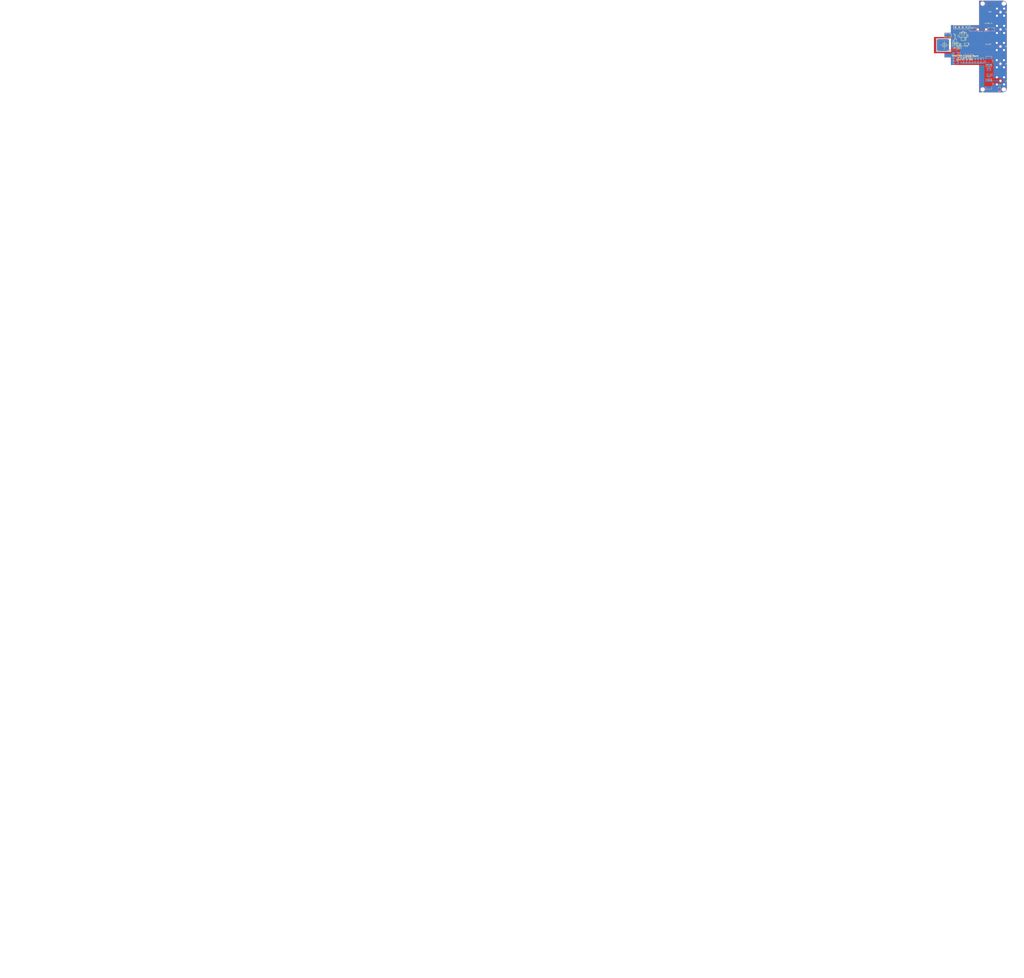
<source format=kicad_pcb>
(kicad_pcb (version 20211014) (generator pcbnew)
  (layers (0 "F.Cu" signal "Top") (1 "In1.Cu" signal "Inner Layer 2") (2 "In2.Cu" signal "Inner Layer 3") (3 "In3.Cu" signal "Inner Layer 4") (4 "In4.Cu" signal "Inner Layer 5") (31 "B.Cu" signal "Bottom") (34 "B.Paste" user "Paste Mask Bottom") (35 "F.Paste" user "Paste Mask Top") (36 "B.SilkS" user "Silkscreen Bottom") (37 "F.SilkS" user "Silkscreen Top") (38 "B.Mask" user "Solder Mask Bottom") (39 "F.Mask" user "Solder Mask Top") (44 "Edge.Cuts" user))
  (net 0 "")
  (net 1 "VC_3")
  (net 2 "IMPEDANCE_TEST")
  (net 3 "HV_IN")
  (net 4 "HV")
  (net 5 "GND")
  (net 6 "DETECTOR3_IN")
  (net 7 "CH_OUT")
  (net 8 "CAL_IN")
  (net 9 "+2.25V_IN")
  (net 10 "+2.25V")
  (net 11 "$$$4")
  (net 12 "$$$3")
  (net 13 "$$$27977")
  (net 14 "$$$10840")
  (net 15 "$$$10839")
  (footprint "" (layer "F.Cu") (at 157.221212 74.624862)
    (fp_text reference "")
    (fp_text value "")
  )
  (footprint "RES0201_STANDARD" (layer "F.Cu") (at 135.990203 103.709386 -90)
    (fp_text reference "R13")
    (fp_text value "RES0201_STANDARD" hide)
  )
  (footprint "SIP-4P" (layer "F.Cu") (at 145.641212 91.298662 180)
    (fp_text reference "J6")
    (fp_text value "SIP-4P" hide)
  )
  (footprint "" (layer "F.Cu") (at 161.924796 75.255463)
    (fp_text reference "")
    (fp_text value "")
  )
  (footprint "RES0201_STANDARD" (layer "F.Cu") (at 137.895203 103.404586 180)
    (fp_text reference "C22")
    (fp_text value "RES0201_STANDARD" hide)
  )
  (footprint "" (layer "F.Cu") (at 172.221012 135.404462)
    (fp_text reference "")
    (fp_text value "")
  )
  (footprint "RES0201" (layer "F.Cu") (at 141.171803 103.709386 90)
    (fp_text reference "R15")
    (fp_text value "RES0201" hide)
  )
  (footprint "" (layer "F.Cu") (at 157.221011 135.404462)
    (fp_text reference "")
    (fp_text value "")
  )
  (footprint "10X15_BOND_PADAA" (layer "F.Cu") (at 135.235213 103.973262 180)
    (fp_text reference "BP7")
    (fp_text value "10X15_BOND_PADAA" hide)
  )
  (footprint "SMA_RT_ANGLE_BULKHEAD" (layer "F.Cu") (at 169.766512 117.204605)
    (fp_text reference "J2")
    (fp_text value "SMA_RT_ANGLE_BULKHEAD" hide)
  )
  (footprint "10X15_BOND_PADAA" (layer "F.Cu") (at 135.235213 101.941262 180)
    (fp_text reference "BP8")
    (fp_text value "10X15_BOND_PADAA" hide)
  )
  (footprint "SMA_RT_ANGLE_BULKHEAD" (layer "F.Cu") (at 169.867376 92.901885)
    (fp_text reference "J4")
    (fp_text value "SMA_RT_ANGLE_BULKHEAD" hide)
  )
  (footprint "TSSLP-2-1_STANDARD" (layer "F.Cu") (at 136.498203 103.709386)
    (fp_text reference "D7")
    (fp_text value "TSSLP-2-1_STANDARD" hide)
  )
  (footprint "744762447A" (layer "F.Cu") (at 143.356203 102.312386)
    (fp_text reference "L4")
    (fp_text value "744762447A" hide)
  )
  (footprint "0805" (layer "F.Cu") (at 132.475351 97.171599 180)
    (fp_text reference "R2")
    (fp_text value "0805" hide)
  )
  (footprint "0603" (layer "F.Cu") (at 141.900783 96.851386 -90)
    (fp_text reference "C27")
    (fp_text value "0603" hide)
  )
  (footprint "TSSLP-2-1_STANDARD" (layer "F.Cu") (at 137.006203 103.709386 180)
    (fp_text reference "D8")
    (fp_text value "TSSLP-2-1_STANDARD" hide)
  )
  (footprint "0402" (layer "F.Cu") (at 145.896203 103.328386)
    (fp_text reference "C25")
    (fp_text value "0402" hide)
  )
  (footprint "" (layer "F.Cu") (at 166.065276 135.44757)
    (fp_text reference "")
    (fp_text value "")
  )
  (footprint "SMA_RT_ANGLE_BULKHEAD" (layer "F.Cu") (at 169.762601 104.999092)
    (fp_text reference "J3")
    (fp_text value "SMA_RT_ANGLE_BULKHEAD" hide)
  )
  (footprint "SMA_RT_ANGLE_BULKHEAD" (layer "F.Cu") (at 169.830165 129.304657)
    (fp_text reference "J1")
    (fp_text value "SMA_RT_ANGLE_BULKHEAD" hide)
  )
  (footprint "RES0201" (layer "F.Cu") (at 140.308203 103.836386 180)
    (fp_text reference "R14")
    (fp_text value "RES0201" hide)
  )
  (footprint "1206" (layer "F.Cu") (at 143.356203 97.740386 -90)
    (fp_text reference "R16")
    (fp_text value "1206" hide)
  )
  (footprint "RES0201_STANDARD" (layer "F.Cu") (at 137.895203 103.963386)
    (fp_text reference "C23")
    (fp_text value "RES0201_STANDARD" hide)
  )
  (footprint "SMA_RT_ANGLE_BULKHEAD" (layer "F.Cu") (at 169.872025 80.703687)
    (fp_text reference "J5")
    (fp_text value "SMA_RT_ANGLE_BULKHEAD" hide)
  )
  (footprint "RES0201_STANDARD" (layer "F.Cu") (at 141.705203 103.709386 90)
    (fp_text reference "C24")
    (fp_text value "RES0201_STANDARD" hide)
  )
  (footprint "0603" (layer "F.Cu") (at 144.821783 96.851386 -90)
    (fp_text reference "C28")
    (fp_text value "0603" hide)
  )
  (footprint "0402" (layer "F.Cu") (at 137.887583 101.042386 90)
    (fp_text reference "R18")
    (fp_text value "0402" hide)
  )
  (footprint "LGAD_DETECTOR_6.5X6.5MM_OFFSET" (layer "F.Cu") (at 130.147212 103.973262)
    (fp_text reference "LGAD1")
    (fp_text value "LGAD_DETECTOR_6.5X6.5MM_OFFSET" hide)
  )
  (footprint "" (layer "F.Cu") (at 172.221012 74.599462)
    (fp_text reference "")
    (fp_text value "")
  )
  (footprint "" (layer "F.Cu") (at 161.792056 74.516399)
    (fp_text reference "")
    (fp_text value "")
  )
  (footprint "TSLP-3-9" (layer "F.Cu") (at 139.165203 103.582386 90)
    (fp_text reference "Q4")
    (fp_text value "TSLP-3-9" hide)
  )
  (footprint "1812" (layer "B.Cu") (at 161.617812 131.608462 -90)
    (fp_text reference "C29")
    (fp_text value "1812" hide)
  )
  (footprint "HV_CAP0805B" (layer "B.Cu") (at 138.173612 116.393862 180)
    (fp_text reference "C4")
    (fp_text value "HV_CAP0805B" hide)
  )
  (footprint "HV_CAP0805B" (layer "B.Cu") (at 138.173612 114.29413 180)
    (fp_text reference "C3")
    (fp_text value "HV_CAP0805B" hide)
  )
  (footprint "1812" (layer "B.Cu") (at 161.617812 115.606462 90)
    (fp_text reference "C30")
    (fp_text value "1812" hide)
  )
  (footprint "0805" (layer "B.Cu") (at 163.212576 92.901885)
    (fp_text reference "C35")
    (fp_text value "0805" hide)
  )
  (footprint "HV_CAP0805B" (layer "B.Cu") (at 144.796662 115.047662 90)
    (fp_text reference "C6")
    (fp_text value "HV_CAP0805B" hide)
  )
  (footprint "HV_CAP0805B" (layer "B.Cu") (at 146.850887 115.047662 90)
    (fp_text reference "C38")
    (fp_text value "HV_CAP0805B" hide)
  )
  (footprint "HV_CAP0805B" (layer "B.Cu") (at 153.013562 115.047662 90)
    (fp_text reference "C33")
    (fp_text value "HV_CAP0805B" hide)
  )
  (footprint "HV_CAP0805B" (layer "B.Cu") (at 150.959337 115.047662 90)
    (fp_text reference "C34")
    (fp_text value "HV_CAP0805B" hide)
  )
  (footprint "HV_CAP0805B" (layer "B.Cu") (at 155.067787 115.047662 90)
    (fp_text reference "C32")
    (fp_text value "HV_CAP0805B" hide)
  )
  (footprint "HV_CAP0805B" (layer "B.Cu") (at 148.905112 115.047662 90)
    (fp_text reference "C37")
    (fp_text value "HV_CAP0805B" hide)
  )
  (footprint "0402" (layer "B.Cu") (at 169.034612 135.240662 90)
    (fp_text reference "R1")
    (fp_text value "0402" hide)
  )
  (footprint "CPL2508T220M" (layer "B.Cu") (at 156.735576 92.901885 90)
    (fp_text reference "L5")
    (fp_text value "CPL2508T220M" hide)
  )
  (footprint "HV_CAP0805B" (layer "B.Cu") (at 157.122012 115.047662 90)
    (fp_text reference "C31")
    (fp_text value "HV_CAP0805B" hide)
  )
  (footprint "HV_CAP0805B" (layer "B.Cu") (at 138.173612 112.194399 180)
    (fp_text reference "C2")
    (fp_text value "HV_CAP0805B" hide)
  )
  (footprint "HV_CAP0805B" (layer "B.Cu") (at 138.173612 110.094667 180)
    (fp_text reference "C1")
    (fp_text value "HV_CAP0805B" hide)
  )
  (footprint "HV_CAP0805B" (layer "B.Cu") (at 142.742437 115.047662 90)
    (fp_text reference "C5")
    (fp_text value "HV_CAP0805B" hide)
  )
  (footprint "1206" (layer "B.Cu") (at 161.617812 123.226462 90)
    (fp_text reference "R17")
    (fp_text value "1206" hide)
  )
  (footprint "0805" (layer "B.Cu") (at 150.258576 92.901885 180)
    (fp_text reference "C36")
    (fp_text value "0805" hide)
  )
  (gr_poly (pts (xy 125.882212 100.973263) (xy 126.147212 100.723261) (xy 132.147213 100.723261) (xy 132.397213 100.973263) (xy 132.397213 106.973261) (xy 132.147213 107.223263) (xy 126.147212 107.223263) (xy 125.894025 106.980762)) (layer "F.Cu") (width 0) (fill solid))
  (gr_poly (pts (xy 125.397211 99.723263) (xy 124.882211 100.223262) (xy 124.882211 107.713458) (xy 125.402213 108.223261) (xy 132.897212 108.223261) (xy 133.382212 107.723262) (xy 133.382212 100.223262) (xy 132.897212 99.723263)) (layer "B.Cu") (width 0) (fill solid))
  (gr_line (start 129.916402 95.102312) (end 129.917113 95.103049) (layer "Edge.Cuts") (width 0.05))
  (gr_line (start 122.485099 110.002463) (end 122.485099 98.002461) (layer "Edge.Cuts") (width 0.05))
  (gr_line (start 122.485099 98.002461) (end 129.917113 98.002461) (layer "Edge.Cuts") (width 0.05))
  (gr_line (start 174.5171 137.703598) (end 154.517115 137.703598) (layer "Edge.Cuts") (width 0.05))
  (gr_line (start 154.517115 118.303612) (end 134.517104 118.303612) (layer "Edge.Cuts") (width 0.05))
  (gr_line (start 134.517104 89.703593) (end 154.517115 89.703593) (layer "Edge.Cuts") (width 0.05))
  (gr_line (start 129.917825 112.901819) (end 129.917825 110.001825) (layer "Edge.Cuts") (width 0.05))
  (gr_line (start 154.517115 72.303602) (end 174.5171 72.303602) (layer "Edge.Cuts") (width 0.05))
  (gr_line (start 134.517104 112.901311) (end 129.917825 112.901819) (layer "Edge.Cuts") (width 0.05))
  (gr_line (start 154.517115 89.703593) (end 154.517115 72.303602) (layer "Edge.Cuts") (width 0.05))
  (gr_line (start 134.517104 118.303612) (end 134.517104 112.901311) (layer "Edge.Cuts") (width 0.05))
  (gr_line (start 134.517104 95.103049) (end 134.517104 89.703593) (layer "Edge.Cuts") (width 0.05))
  (gr_line (start 154.517115 137.703598) (end 154.517115 118.303612) (layer "Edge.Cuts") (width 0.05))
  (gr_line (start 129.917113 95.103049) (end 134.517104 95.103049) (layer "Edge.Cuts") (width 0.05))
  (gr_line (start 129.917825 110.001825) (end 129.917113 110.002463) (layer "Edge.Cuts") (width 0.05))
  (gr_line (start 129.917113 110.002463) (end 122.485099 110.002463) (layer "Edge.Cuts") (width 0.05))
  (gr_line (start 129.917113 98.002461) (end 129.916402 98.002306) (layer "Edge.Cuts") (width 0.05))
  (gr_line (start 129.916402 98.002306) (end 129.916402 95.102312) (layer "Edge.Cuts") (width 0.05))
  (gr_line (start 174.5171 72.303602) (end 174.5171 137.703598) (layer "Edge.Cuts") (width 0.05))
  (gr_text "TRACK SiC T-shape Board" (at 135.210092 112.201181) (layer "F.SilkS") (effects (font (size 0.9398 0.9398) (thickness 0.249936)) (justify left bottom)))
  (gr_text "TEST" (at 160.965413 80.997616) (layer "F.SilkS") (effects (font (size 0.762 0.762) (thickness 0.127)) (justify left bottom)))
  (gr_text "PT100" (at 147.26953 92.384817) (layer "F.SilkS") (effects (font (size 0.762 0.762) (thickness 0.127)) (justify left bottom)))
  (gr_text "Ye He (IHEP, NJU)" (at 139.450114 113.531003) (layer "F.SilkS") (effects (font (size 0.700024 0.700024) (thickness 0.175006)) (justify left bottom)))
  (gr_text "HV_IN" (at 160.294726 129.325485) (layer "F.SilkS") (effects (font (size 0.762 0.762) (thickness 0.127)) (justify left bottom)))
  (gr_text "CAL_IN" (at 159.659548 118.34669) (layer "F.SilkS") (effects (font (size 0.762 0.762) (thickness 0.127)) (justify left bottom)))
  (gr_text "Version 0.1, Jan 2023" (at 138.230152 114.731153) (layer "F.SilkS") (effects (font (size 0.700024 0.700024) (thickness 0.175006)) (justify left bottom)))
  (gr_text "+2.25V IN" (at 158.105932 89.046419) (layer "F.SilkS") (effects (font (size 0.762 0.762) (thickness 0.127)) (justify left bottom)))
  (gr_text "CH_OUT" (at 159.0945 103.837804) (layer "F.SilkS") (effects (font (size 0.762 0.762) (thickness 0.127)) (justify left bottom)))
  (segment (start 139.454763 103.409412) (end 141.171803 103.409387) (width 0.1524) (layer "F.Cu") (net 1))
  (segment (start 141.705203 103.407126) (end 143.309213 103.409412) (width 0.1524) (layer "F.Cu") (net 1))
  (segment (start 143.356203 103.362387) (end 143.390239 103.328386) (width 0.4064) (layer "F.Cu") (net 1))
  (segment (start 139.440203 103.394886) (end 139.454763 103.409412) (width 0.1524) (layer "F.Cu") (net 1))
  (segment (start 141.171803 103.409387) (end 141.705203 103.407126) (width 0.1524) (layer "F.Cu") (net 1))
  (segment (start 143.309213 103.409412) (end 143.356203 103.362387) (width 0.1524) (layer "F.Cu") (net 1))
  (segment (start 143.390239 103.328386) (end 145.261203 103.328386) (width 0.317497) (layer "F.Cu") (net 1))
  (via (at 169.034612 136.764662) (size 0.4572) (drill 0.2032) (layers "F.Cu" "B.Cu") (net 2))
  (segment (start 169.034612 136.764662) (end 169.034612 135.875662) (width 0.215897) (layer "B.Cu") (net 2))
  (segment (start 161.617812 129.258962) (end 161.617812 124.940962) (width 0.508) (layer "B.Cu") (net 3))
  (segment (start 161.663507 129.304657) (end 169.830165 129.304657) (width 0.508) (layer "B.Cu") (net 3))
  (segment (start 161.617812 129.258962) (end 161.663507 129.304657) (width 0.508) (layer "B.Cu") (net 3))
  (via (at 127.607212 103.973262) (size 0.790263) (drill 0.2032) (layers "F.Cu" "B.Cu") (net 4))
  (via (at 131.417212 105.421062) (size 0.790263) (drill 0.2032) (layers "F.Cu" "B.Cu") (net 4))
  (via (at 128.877212 105.421062) (size 0.790263) (drill 0.2032) (layers "F.Cu" "B.Cu") (net 4))
  (via (at 126.337212 106.894262) (size 0.790263) (drill 0.2032) (layers "F.Cu" "B.Cu") (net 4))
  (via (at 127.607212 105.421062) (size 0.790263) (drill 0.2032) (layers "F.Cu" "B.Cu") (net 4))
  (via (at 131.417212 102.500062) (size 0.790263) (drill 0.2032) (layers "F.Cu" "B.Cu") (net 4))
  (via (at 130.147212 105.421062) (size 0.790263) (drill 0.2032) (layers "F.Cu" "B.Cu") (net 4))
  (via (at 128.877212 102.500062) (size 0.790263) (drill 0.2032) (layers "F.Cu" "B.Cu") (net 4))
  (via (at 127.607212 101.052262) (size 0.790263) (drill 0.2032) (layers "F.Cu" "B.Cu") (net 4))
  (via (at 126.337212 101.052262) (size 0.790263) (drill 0.2032) (layers "F.Cu" "B.Cu") (net 4))
  (via (at 126.337212 105.421062) (size 0.790263) (drill 0.2032) (layers "F.Cu" "B.Cu") (net 4))
  (via (at 127.607212 106.894262) (size 0.790263) (drill 0.2032) (layers "F.Cu" "B.Cu") (net 4))
  (via (at 131.417212 101.052262) (size 0.790263) (drill 0.2032) (layers "F.Cu" "B.Cu") (net 4))
  (via (at 128.877212 106.894262) (size 0.790263) (drill 0.2032) (layers "F.Cu" "B.Cu") (net 4))
  (via (at 131.417212 103.973262) (size 0.790263) (drill 0.2032) (layers "F.Cu" "B.Cu") (net 4))
  (via (at 130.147212 102.500062) (size 0.790263) (drill 0.2032) (layers "F.Cu" "B.Cu") (net 4))
  (via (at 126.337212 103.973262) (size 0.790263) (drill 0.2032) (layers "F.Cu" "B.Cu") (net 4))
  (via (at 130.147212 106.894262) (size 0.790263) (drill 0.2032) (layers "F.Cu" "B.Cu") (net 4))
  (via (at 131.417212 106.894262) (size 0.790263) (drill 0.2032) (layers "F.Cu" "B.Cu") (net 4))
  (via (at 127.607212 102.500062) (size 0.790263) (drill 0.2032) (layers "F.Cu" "B.Cu") (net 4))
  (via (at 128.877212 103.973262) (size 0.790263) (drill 0.2032) (layers "F.Cu" "B.Cu") (net 4))
  (via (at 130.147212 101.052262) (size 0.790263) (drill 0.2032) (layers "F.Cu" "B.Cu") (net 4))
  (via (at 128.877212 101.052262) (size 0.790263) (drill 0.2032) (layers "F.Cu" "B.Cu") (net 4))
  (via (at 126.337212 102.500062) (size 0.790263) (drill 0.2032) (layers "F.Cu" "B.Cu") (net 4))
  (segment (start 144.796662 116.292262) (end 146.850887 116.292262) (width 0.508) (layer "B.Cu") (net 4))
  (segment (start 132.049697 107.526747) (end 138.298097 107.526747) (width 0.508) (layer "B.Cu") (net 4))
  (segment (start 150.959337 116.292262) (end 153.013562 116.292262) (width 0.508) (layer "B.Cu") (net 4))
  (segment (start 161.617812 121.511962) (end 161.617812 117.955962) (width 0.508) (layer "B.Cu") (net 4))
  (segment (start 130.147212 106.894262) (end 131.417212 106.894262) (width 0.508) (layer "B.Cu") (net 4))
  (segment (start 139.418212 112.194399) (end 139.418212 110.094667) (width 0.508) (layer "B.Cu") (net 4))
  (segment (start 146.850887 116.292262) (end 148.905112 116.292262) (width 0.508) (layer "B.Cu") (net 4))
  (segment (start 131.417212 106.894262) (end 131.417212 105.421062) (width 0.508) (layer "B.Cu") (net 4))
  (segment (start 139.418212 110.094667) (end 139.418212 108.646862) (width 0.508) (layer "B.Cu") (net 4))
  (segment (start 131.417212 106.894262) (end 132.049697 107.526747) (width 0.508) (layer "B.Cu") (net 4))
  (segment (start 139.418212 116.292262) (end 142.742437 116.292262) (width 0.508) (layer "B.Cu") (net 4))
  (segment (start 157.122012 116.292262) (end 161.084412 116.292262) (width 0.508) (layer "B.Cu") (net 4))
  (segment (start 161.084412 116.292262) (end 161.617812 116.825662) (width 0.508) (layer "B.Cu") (net 4))
  (segment (start 142.742437 116.292262) (end 144.796662 116.292262) (width 0.508) (layer "B.Cu") (net 4))
  (segment (start 139.418212 116.292262) (end 139.418212 114.29413) (width 0.508) (layer "B.Cu") (net 4))
  (segment (start 155.067787 116.292262) (end 157.122012 116.292262) (width 0.508) (layer "B.Cu") (net 4))
  (segment (start 139.418212 116.393862) (end 139.418212 116.292262) (width 0.508) (layer "B.Cu") (net 4))
  (segment (start 161.617812 117.955962) (end 161.617812 116.825662) (width 0.508) (layer "B.Cu") (net 4))
  (segment (start 139.418212 114.29413) (end 139.418212 112.194399) (width 0.508) (layer "B.Cu") (net 4))
  (segment (start 153.013562 116.292262) (end 155.067787 116.292262) (width 0.508) (layer "B.Cu") (net 4))
  (segment (start 138.298097 107.526747) (end 139.418212 108.646862) (width 0.508) (layer "B.Cu") (net 4))
  (segment (start 148.905112 116.292262) (end 150.959337 116.292262) (width 0.508) (layer "B.Cu") (net 4))
  (segment (start 136.122984 102.564263) (end 136.169425 102.610704) (width 0.254) (layer "F.Cu") (net 5))
  (segment (start 135.425713 102.564263) (end 136.122984 102.564263) (width 0.254) (layer "F.Cu") (net 5))
  (segment (start 136.498203 103.519387) (end 136.498203 102.938804) (width 0.1524) (layer "F.Cu") (net 5))
  (segment (start 135.235213 101.508761) (end 135.425713 101.318261) (width 0.254) (layer "F.Cu") (net 5))
  (segment (start 135.235213 102.373763) (end 135.425713 102.564263) (width 0.254) (layer "F.Cu") (net 5))
  (segment (start 135.990203 102.896157) (end 136.169425 102.716935) (width 0.254) (layer "F.Cu") (net 5))
  (segment (start 136.498203 102.938804) (end 136.614169 102.822838) (width 0.1524) (layer "F.Cu") (net 5))
  (segment (start 137.006203 103.519387) (end 137.006203 102.792568) (width 0.1524) (layer "F.Cu") (net 5))
  (segment (start 135.235213 102.373763) (end 135.235213 101.508761) (width 0.254) (layer "F.Cu") (net 5))
  (segment (start 135.425713 101.318261) (end 135.570559 101.318261) (width 0.254) (layer "F.Cu") (net 5))
  (segment (start 135.990203 103.407126) (end 135.990203 102.896157) (width 0.254) (layer "F.Cu") (net 5))
  (segment (start 136.847359 102.822838) (end 136.941915 102.728281) (width 0.1524) (layer "F.Cu") (net 5))
  (segment (start 135.570559 101.318261) (end 136.051503 100.837317) (width 0.254) (layer "F.Cu") (net 5))
  (segment (start 136.614169 102.822838) (end 136.847359 102.822838) (width 0.1524) (layer "F.Cu") (net 5))
  (segment (start 136.169425 102.716935) (end 136.169425 102.610704) (width 0.254) (layer "F.Cu") (net 5))
  (segment (start 136.051503 100.837317) (end 136.441652 100.837317) (width 0.254) (layer "F.Cu") (net 5))
  (segment (start 136.941915 102.728281) (end 137.006203 102.792568) (width 0.1524) (layer "F.Cu") (net 5))
  (segment (start 136.441652 100.837317) (end 136.490583 100.788386) (width 0.254) (layer "F.Cu") (net 5))
  (via locked (at 149.489312 112.685462) (size 0.646577) (drill 0.2032) (layers "F.Cu" "B.Cu") (net 5))
  (via locked (at 146.266687 112.685462) (size 0.646577) (drill 0.2032) (layers "F.Cu" "B.Cu") (net 5))
  (via (at 159.052412 103.338262) (size 0.646577) (drill 0.2032) (layers "F.Cu" "B.Cu") (net 5))
  (via locked (at 136.491548 101.770396) (size 0.646577) (drill 0.2032) (layers "F.Cu" "B.Cu") (net 5))
  (via (at 162.650297 104.247658) (size 0.646577) (drill 0.2032) (layers "F.Cu" "B.Cu") (net 5))
  (via (at 147.038212 108.840463) (size 0.646577) (drill 0.2032) (layers "F.Cu" "B.Cu") (net 5))
  (via (at 145.710783 97.613386) (size 0.646577) (drill 0.2032) (layers "F.Cu" "B.Cu") (net 5))
  (via (at 165.834212 110.399462) (size 0.646577) (drill 0.2032) (layers "F.Cu" "B.Cu") (net 5))
  (via (at 152.753212 108.840463) (size 0.646577) (drill 0.2032) (layers "F.Cu" "B.Cu") (net 5))
  (via (at 140.040715 104.630639) (size 0.898025) (drill 0.381) (layers "F.Cu" "B.Cu") (net 5))
  (via (at 144.821783 98.629386) (size 0.646577) (drill 0.2032) (layers "F.Cu" "B.Cu") (net 5))
  (via locked (at 135.811412 115.809662) (size 0.646577) (drill 0.2032) (layers "F.Cu" "B.Cu") (net 5))
  (via (at 169.187012 111.339262) (size 0.646577) (drill 0.2032) (layers "F.Cu" "B.Cu") (net 5))
  (via (at 154.658212 108.840463) (size 0.646577) (drill 0.2032) (layers "F.Cu" "B.Cu") (net 5))
  (via (at 146.428612 95.489662) (size 0.646577) (drill 0.2032) (layers "F.Cu" "B.Cu") (net 5))
  (via locked (at 152.429362 112.685462) (size 0.646577) (drill 0.2032) (layers "F.Cu" "B.Cu") (net 5))
  (via locked (at 143.326637 112.685462) (size 0.646577) (drill 0.2032) (layers "F.Cu" "B.Cu") (net 5))
  (via (at 161.617812 135.266062) (size 0.646577) (drill 0.2032) (layers "F.Cu" "B.Cu") (net 5))
  (via locked (at 142.158237 112.685462) (size 0.646577) (drill 0.2032) (layers "F.Cu" "B.Cu") (net 5))
  (via (at 141.900783 98.629386) (size 0.646577) (drill 0.2032) (layers "F.Cu" "B.Cu") (net 5))
  (via (at 136.169425 102.610704) (size 0.646577) (drill 0.2032) (layers "F.Cu" "B.Cu") (net 5))
  (via (at 156.563212 110.180461) (size 0.646577) (drill 0.2032) (layers "F.Cu" "B.Cu") (net 5))
  (via (at 167.993212 108.875462) (size 0.646577) (drill 0.2032) (layers "F.Cu" "B.Cu") (net 5))
  (via (at 144.549012 93.076662) (size 0.646577) (drill 0.2032) (layers "F.Cu" "B.Cu") (net 5))
  (via (at 163.548212 91.527262) (size 0.646577) (drill 0.2032) (layers "F.Cu" "B.Cu") (net 5))
  (via (at 160.100873 105.721823) (size 0.646577) (drill 0.2032) (layers "F.Cu" "B.Cu") (net 5))
  (via (at 166.088212 94.270462) (size 0.646577) (drill 0.2032) (layers "F.Cu" "B.Cu") (net 5))
  (via (at 167.720873 105.721823) (size 0.646577) (drill 0.2032) (layers "F.Cu" "B.Cu") (net 5))
  (via (at 164.183212 108.840463) (size 0.646577) (drill 0.2032) (layers "F.Cu" "B.Cu") (net 5))
  (via (at 136.878212 104.723685) (size 0.646577) (drill 0.2032) (layers "F.Cu" "B.Cu") (net 5))
  (via locked (at 148.320912 112.685462) (size 0.646577) (drill 0.2032) (layers "F.Cu" "B.Cu") (net 5))
  (via (at 139.605308 105.62919) (size 0.898025) (drill 0.381) (layers "F.Cu" "B.Cu") (net 5))
  (via (at 158.468212 108.840463) (size 0.646577) (drill 0.2032) (layers "F.Cu" "B.Cu") (net 5))
  (via (at 138.920448 102.610425) (size 0.898025) (drill 0.381) (layers "F.Cu" "B.Cu") (net 5))
  (via (at 156.563212 108.840463) (size 0.646577) (drill 0.2032) (layers "F.Cu" "B.Cu") (net 5))
  (via locked (at 135.811412 114.87833) (size 0.646577) (drill 0.2032) (layers "F.Cu" "B.Cu") (net 5))
  (via locked (at 144.212462 112.685462) (size 0.646577) (drill 0.2032) (layers "F.Cu" "B.Cu") (net 5))
  (via (at 148.943212 108.840463) (size 0.646577) (drill 0.2032) (layers "F.Cu" "B.Cu") (net 5))
  (via (at 160.500212 111.948862) (size 0.646577) (drill 0.2032) (layers "F.Cu" "B.Cu") (net 5))
  (via (at 150.848212 108.840463) (size 0.646577) (drill 0.2032) (layers "F.Cu" "B.Cu") (net 5))
  (via locked (at 156.537812 112.685462) (size 0.646577) (drill 0.2032) (layers "F.Cu" "B.Cu") (net 5))
  (via (at 161.008212 94.270462) (size 0.646577) (drill 0.2032) (layers "F.Cu" "B.Cu") (net 5))
  (via (at 170.533212 114.260262) (size 0.646577) (drill 0.2032) (layers "F.Cu" "B.Cu") (net 5))
  (via (at 150.519512 91.581948) (size 0.646577) (drill 0.2032) (layers "F.Cu" "B.Cu") (net 5))
  (via (at 151.730583 102.658388) (size 0.646577) (drill 0.2032) (layers "F.Cu" "B.Cu") (net 5))
  (via (at 168.298012 113.117262) (size 0.646577) (drill 0.2032) (layers "F.Cu" "B.Cu") (net 5))
  (via locked (at 147.435087 112.685462) (size 0.646577) (drill 0.2032) (layers "F.Cu" "B.Cu") (net 5))
  (via (at 143.228212 110.180461) (size 0.646577) (drill 0.2032) (layers "F.Cu" "B.Cu") (net 5))
  (via (at 160.487512 135.266062) (size 0.646577) (drill 0.2032) (layers "F.Cu" "B.Cu") (net 5))
  (via (at 160.373212 110.180461) (size 0.646577) (drill 0.2032) (layers "F.Cu" "B.Cu") (net 5))
  (via (at 149.952583 102.658388) (size 0.646577) (drill 0.2032) (layers "F.Cu" "B.Cu") (net 5))
  (via (at 161.630512 111.948862) (size 0.646577) (drill 0.2032) (layers "F.Cu" "B.Cu") (net 5))
  (via locked (at 150.375137 112.685462) (size 0.646577) (drill 0.2032) (layers "F.Cu" "B.Cu") (net 5))
  (via (at 152.327559 91.584488) (size 0.646577) (drill 0.2032) (layers "F.Cu" "B.Cu") (net 5))
  (via (at 158.544412 104.989262) (size 0.646577) (drill 0.2032) (layers "F.Cu" "B.Cu") (net 5))
  (via locked (at 145.380862 112.685462) (size 0.646577) (drill 0.2032) (layers "F.Cu" "B.Cu") (net 5))
  (via (at 152.753212 110.180461) (size 0.646577) (drill 0.2032) (layers "F.Cu" "B.Cu") (net 5))
  (via (at 158.468212 110.180461) (size 0.646577) (drill 0.2032) (layers "F.Cu" "B.Cu") (net 5))
  (via (at 170.457012 112.609262) (size 0.646577) (drill 0.2032) (layers "F.Cu" "B.Cu") (net 5))
  (via (at 163.548212 94.270462) (size 0.646577) (drill 0.2032) (layers "F.Cu" "B.Cu") (net 5))
  (via (at 155.540583 103.998385) (size 0.646577) (drill 0.2032) (layers "F.Cu" "B.Cu") (net 5))
  (via (at 148.174583 102.658388) (size 0.646577) (drill 0.2032) (layers "F.Cu" "B.Cu") (net 5))
  (via (at 161.008212 91.527262) (size 0.646577) (drill 0.2032) (layers "F.Cu" "B.Cu") (net 5))
  (via (at 170.533212 115.530262) (size 0.646577) (drill 0.2032) (layers "F.Cu" "B.Cu") (net 5))
  (via (at 136.941915 102.728281) (size 0.646577) (drill 0.2032) (layers "F.Cu" "B.Cu") (net 5))
  (via locked (at 155.651987 112.685462) (size 0.646577) (drill 0.2032) (layers "F.Cu" "B.Cu") (net 5))
  (via (at 148.816212 94.651462) (size 0.646577) (drill 0.2032) (layers "F.Cu" "B.Cu") (net 5))
  (via locked (at 135.811412 110.678867) (size 0.646577) (drill 0.2032) (layers "F.Cu" "B.Cu") (net 5))
  (via (at 146.835012 93.076662) (size 0.646577) (drill 0.2032) (layers "F.Cu" "B.Cu") (net 5))
  (via (at 150.213212 94.143462) (size 0.646577) (drill 0.2032) (layers "F.Cu" "B.Cu") (net 5))
  (via (at 153.635583 103.998385) (size 0.646577) (drill 0.2032) (layers "F.Cu" "B.Cu") (net 5))
  (via locked (at 135.811412 111.610199) (size 0.646577) (drill 0.2032) (layers "F.Cu" "B.Cu") (net 5))
  (via (at 166.088212 91.527262) (size 0.646577) (drill 0.2032) (layers "F.Cu" "B.Cu") (net 5))
  (via (at 165.180873 105.721823) (size 0.646577) (drill 0.2032) (layers "F.Cu" "B.Cu") (net 5))
  (via locked (at 136.490583 100.788386) (size 0.646577) (drill 0.2032) (layers "F.Cu" "B.Cu") (net 5))
  (via (at 167.730297 104.247658) (size 0.646577) (drill 0.2032) (layers "F.Cu" "B.Cu") (net 5))
  (via (at 162.278212 110.180461) (size 0.646577) (drill 0.2032) (layers "F.Cu" "B.Cu") (net 5))
  (via (at 157.445583 103.998385) (size 0.646577) (drill 0.2032) (layers "F.Cu" "B.Cu") (net 5))
  (via locked (at 153.597762 112.685462) (size 0.646577) (drill 0.2032) (layers "F.Cu" "B.Cu") (net 5))
  (via (at 136.104635 104.862262) (size 0.646577) (drill 0.2032) (layers "F.Cu" "B.Cu") (net 5))
  (via locked (at 135.811412 113.70993) (size 0.646577) (drill 0.2032) (layers "F.Cu" "B.Cu") (net 5))
  (via (at 141.323212 110.180461) (size 0.646577) (drill 0.2032) (layers "F.Cu" "B.Cu") (net 5))
  (via (at 136.878212 105.497262) (size 0.646577) (drill 0.2032) (layers "F.Cu" "B.Cu") (net 5))
  (via (at 141.323212 108.840463) (size 0.646577) (drill 0.2032) (layers "F.Cu" "B.Cu") (net 5))
  (via (at 138.852884 101.504611) (size 0.898025) (drill 0.381) (layers "F.Cu" "B.Cu") (net 5))
  (via (at 138.775516 104.770466) (size 0.898025) (drill 0.381) (layers "F.Cu" "B.Cu") (net 5))
  (via (at 169.009212 115.504862) (size 0.646577) (drill 0.2032) (layers "F.Cu" "B.Cu") (net 5))
  (via (at 162.278212 108.840463) (size 0.646577) (drill 0.2032) (layers "F.Cu" "B.Cu") (net 5))
  (via (at 139.887985 102.193052) (size 0.898025) (drill 0.381) (layers "F.Cu" "B.Cu") (net 5))
  (via (at 162.760812 111.948862) (size 0.646577) (drill 0.2032) (layers "F.Cu" "B.Cu") (net 5))
  (via locked (at 157.706212 112.685462) (size 0.646577) (drill 0.2032) (layers "F.Cu" "B.Cu") (net 5))
  (via (at 160.110297 104.247658) (size 0.646577) (drill 0.2032) (layers "F.Cu" "B.Cu") (net 5))
  (via (at 154.658212 110.180461) (size 0.646577) (drill 0.2032) (layers "F.Cu" "B.Cu") (net 5))
  (via (at 151.730583 103.998385) (size 0.646577) (drill 0.2032) (layers "F.Cu" "B.Cu") (net 5))
  (via (at 164.183212 110.180461) (size 0.646577) (drill 0.2032) (layers "F.Cu" "B.Cu") (net 5))
  (via locked (at 154.483587 112.685462) (size 0.646577) (drill 0.2032) (layers "F.Cu" "B.Cu") (net 5))
  (via (at 148.174583 103.998385) (size 0.646577) (drill 0.2032) (layers "F.Cu" "B.Cu") (net 5))
  (via (at 169.898212 108.875462) (size 0.646577) (drill 0.2032) (layers "F.Cu" "B.Cu") (net 5))
  (via (at 165.190297 104.247658) (size 0.646577) (drill 0.2032) (layers "F.Cu" "B.Cu") (net 5))
  (via (at 152.499212 94.143462) (size 0.646577) (drill 0.2032) (layers "F.Cu" "B.Cu") (net 5))
  (via (at 149.952583 103.998385) (size 0.646577) (drill 0.2032) (layers "F.Cu" "B.Cu") (net 5))
  (via (at 167.028012 111.847262) (size 0.646577) (drill 0.2032) (layers "F.Cu" "B.Cu") (net 5))
  (via locked (at 135.811412 116.978062) (size 0.646577) (drill 0.2032) (layers "F.Cu" "B.Cu") (net 5))
  (via (at 155.540583 102.658388) (size 0.646577) (drill 0.2032) (layers "F.Cu" "B.Cu") (net 5))
  (via locked (at 135.811412 109.510467) (size 0.646577) (drill 0.2032) (layers "F.Cu" "B.Cu") (net 5))
  (via (at 165.808812 108.596062) (size 0.646577) (drill 0.2032) (layers "F.Cu" "B.Cu") (net 5))
  (via (at 148.172703 91.783777) (size 0.646577) (drill 0.2032) (layers "F.Cu" "B.Cu") (net 5))
  (via (at 143.228212 108.840463) (size 0.646577) (drill 0.2032) (layers "F.Cu" "B.Cu") (net 5))
  (via (at 162.640873 105.721823) (size 0.646577) (drill 0.2032) (layers "F.Cu" "B.Cu") (net 5))
  (via (at 141.011783 97.613386) (size 0.646577) (drill 0.2032) (layers "F.Cu" "B.Cu") (net 5))
  (via locked (at 151.543537 112.685462) (size 0.646577) (drill 0.2032) (layers "F.Cu" "B.Cu") (net 5))
  (via (at 147.038212 110.180461) (size 0.646577) (drill 0.2032) (layers "F.Cu" "B.Cu") (net 5))
  (via (at 160.373212 108.840463) (size 0.646577) (drill 0.2032) (layers "F.Cu" "B.Cu") (net 5))
  (via (at 145.133212 110.180461) (size 0.646577) (drill 0.2032) (layers "F.Cu" "B.Cu") (net 5))
  (via locked (at 135.811412 112.778599) (size 0.646577) (drill 0.2032) (layers "F.Cu" "B.Cu") (net 5))
  (via (at 169.898212 110.145462) (size 0.646577) (drill 0.2032) (layers "F.Cu" "B.Cu") (net 5))
  (via (at 148.943212 110.180461) (size 0.646577) (drill 0.2032) (layers "F.Cu" "B.Cu") (net 5))
  (via (at 150.848212 110.180461) (size 0.646577) (drill 0.2032) (layers "F.Cu" "B.Cu") (net 5))
  (via (at 169.016807 133.665506) (size 0.646577) (drill 0.2032) (layers "F.Cu" "B.Cu") (net 5))
  (via (at 145.133212 108.840463) (size 0.646577) (drill 0.2032) (layers "F.Cu" "B.Cu") (net 5))
  (via (at 169.009212 114.234862) (size 0.646577) (drill 0.2032) (layers "F.Cu" "B.Cu") (net 5))
  (via (at 153.635583 102.658388) (size 0.646577) (drill 0.2032) (layers "F.Cu" "B.Cu") (net 5))
  (via (at 157.445583 102.658388) (size 0.646577) (drill 0.2032) (layers "F.Cu" "B.Cu") (net 5))
  (via (at 162.748112 135.266062) (size 0.646577) (drill 0.2032) (layers "F.Cu" "B.Cu") (net 5))
  (via (at 167.993212 110.145462) (size 0.646577) (drill 0.2032) (layers "F.Cu" "B.Cu") (net 5))
  (segment (start 135.84891 116.978062) (end 136.560712 116.978062) (width 0.508) (layer "B.Cu") (net 5))
  (segment (start 136.560712 111.610199) (end 136.929012 111.978499) (width 0.508) (layer "B.Cu") (net 5))
  (segment (start 143.326637 113.434762) (end 143.326637 112.685462) (width 0.508) (layer "B.Cu") (net 5))
  (segment (start 155.651987 113.434762) (end 155.651987 112.685462) (width 0.508) (layer "B.Cu") (net 5))
  (segment (start 155.283687 113.803062) (end 155.651987 113.434762) (width 0.508) (layer "B.Cu") (net 5))
  (segment (start 147.435087 113.434762) (end 147.435087 112.685462) (width 0.508) (layer "B.Cu") (net 5))
  (segment (start 160.500212 112.748962) (end 160.500212 111.948862) (width 0.508) (layer "B.Cu") (net 5))
  (segment (start 135.84891 110.678867) (end 136.560712 110.678867) (width 0.508) (layer "B.Cu") (net 5))
  (segment (start 156.906112 113.803062) (end 157.122012 113.803062) (width 0.508) (layer "B.Cu") (net 5))
  (segment (start 144.796662 113.803062) (end 145.012562 113.803062) (width 0.508) (layer "B.Cu") (net 5))
  (segment (start 154.851887 113.803062) (end 155.067787 113.803062) (width 0.508) (layer "B.Cu") (net 5))
  (segment (start 136.929012 116.609762) (end 136.929012 116.393862) (width 0.508) (layer "B.Cu") (net 5))
  (segment (start 144.580762 113.803062) (end 144.796662 113.803062) (width 0.508) (layer "B.Cu") (net 5))
  (segment (start 136.929012 116.393862) (end 136.929012 116.177962) (width 0.508) (layer "B.Cu") (net 5))
  (segment (start 151.543537 113.434762) (end 151.543537 112.685462) (width 0.508) (layer "B.Cu") (net 5))
  (segment (start 150.375137 113.434762) (end 150.375137 112.72296) (width 0.508) (layer "B.Cu") (net 5))
  (segment (start 150.959337 113.803062) (end 151.175237 113.803062) (width 0.508) (layer "B.Cu") (net 5))
  (segment (start 162.760812 112.748962) (end 162.760812 111.948862) (width 0.508) (layer "B.Cu") (net 5))
  (segment (start 136.560712 109.510467) (end 136.929012 109.878767) (width 0.508) (layer "B.Cu") (net 5))
  (segment (start 136.560712 116.978062) (end 136.929012 116.609762) (width 0.508) (layer "B.Cu") (net 5))
  (segment (start 136.560712 115.809662) (end 136.929012 116.177962) (width 0.508) (layer "B.Cu") (net 5))
  (segment (start 136.929012 112.410299) (end 136.929012 112.194399) (width 0.508) (layer "B.Cu") (net 5))
  (segment (start 136.929012 114.29413) (end 136.929012 114.07823) (width 0.508) (layer "B.Cu") (net 5))
  (segment (start 150.743437 113.803062) (end 150.959337 113.803062) (width 0.508) (layer "B.Cu") (net 5))
  (segment (start 136.929012 110.094667) (end 136.929012 109.878767) (width 0.508) (layer "B.Cu") (net 5))
  (segment (start 135.84891 114.87833) (end 136.560712 114.87833) (width 0.508) (layer "B.Cu") (net 5))
  (segment (start 153.013562 113.803062) (end 153.229462 113.803062) (width 0.508) (layer "B.Cu") (net 5))
  (segment (start 147.066787 113.803062) (end 147.435087 113.434762) (width 0.508) (layer "B.Cu") (net 5))
  (segment (start 160.487512 134.465962) (end 160.995512 133.957962) (width 0.508) (layer "B.Cu") (net 5))
  (segment (start 149.489312 113.434762) (end 149.489312 112.685462) (width 0.508) (layer "B.Cu") (net 5))
  (segment (start 142.158237 113.434762) (end 142.158237 112.72296) (width 0.508) (layer "B.Cu") (net 5))
  (segment (start 135.84891 112.778599) (end 136.560712 112.778599) (width 0.508) (layer "B.Cu") (net 5))
  (segment (start 135.811412 111.610199) (end 136.560712 111.610199) (width 0.508) (layer "B.Cu") (net 5))
  (segment (start 154.483587 113.434762) (end 154.851887 113.803062) (width 0.508) (layer "B.Cu") (net 5))
  (segment (start 148.905112 113.803062) (end 149.121012 113.803062) (width 0.508) (layer "B.Cu") (net 5))
  (segment (start 155.067787 113.803062) (end 155.283687 113.803062) (width 0.508) (layer "B.Cu") (net 5))
  (segment (start 136.929012 112.194399) (end 136.929012 111.978499) (width 0.508) (layer "B.Cu") (net 5))
  (segment (start 152.429362 113.434762) (end 152.797662 113.803062) (width 0.508) (layer "B.Cu") (net 5))
  (segment (start 148.320912 113.434762) (end 148.320912 112.72296) (width 0.508) (layer "B.Cu") (net 5))
  (segment (start 150.375137 113.434762) (end 150.743437 113.803062) (width 0.508) (layer "B.Cu") (net 5))
  (segment (start 142.526537 113.803062) (end 142.742437 113.803062) (width 0.508) (layer "B.Cu") (net 5))
  (segment (start 146.850887 113.803062) (end 147.066787 113.803062) (width 0.508) (layer "B.Cu") (net 5))
  (segment (start 136.560712 112.778599) (end 136.929012 112.410299) (width 0.508) (layer "B.Cu") (net 5))
  (segment (start 136.560712 114.87833) (end 136.929012 114.51003) (width 0.508) (layer "B.Cu") (net 5))
  (segment (start 145.380862 113.434762) (end 145.380862 112.685462) (width 0.508) (layer "B.Cu") (net 5))
  (segment (start 157.337912 113.803062) (end 157.706212 113.434762) (width 0.508) (layer "B.Cu") (net 5))
  (segment (start 148.320912 113.434762) (end 148.689212 113.803062) (width 0.508) (layer "B.Cu") (net 5))
  (segment (start 148.689212 113.803062) (end 148.905112 113.803062) (width 0.508) (layer "B.Cu") (net 5))
  (segment (start 136.929012 110.310567) (end 136.929012 110.094667) (width 0.508) (layer "B.Cu") (net 5))
  (segment (start 152.797662 113.803062) (end 153.013562 113.803062) (width 0.508) (layer "B.Cu") (net 5))
  (segment (start 154.483587 113.434762) (end 154.483587 112.72296) (width 0.508) (layer "B.Cu") (net 5))
  (segment (start 156.537812 113.434762) (end 156.537812 112.72296) (width 0.508) (layer "B.Cu") (net 5))
  (segment (start 161.008212 113.256962) (end 162.252812 113.256962) (width 0.508) (layer "B.Cu") (net 5))
  (segment (start 162.748112 135.266062) (end 162.748112 134.465962) (width 0.508) (layer "B.Cu") (net 5))
  (segment (start 136.560712 110.678867) (end 136.929012 110.310567) (width 0.508) (layer "B.Cu") (net 5))
  (segment (start 144.212462 113.434762) (end 144.580762 113.803062) (width 0.508) (layer "B.Cu") (net 5))
  (segment (start 136.929012 114.51003) (end 136.929012 114.29413) (width 0.508) (layer "B.Cu") (net 5))
  (segment (start 160.487512 135.266062) (end 160.487512 134.465962) (width 0.508) (layer "B.Cu") (net 5))
  (segment (start 146.634987 113.803062) (end 146.850887 113.803062) (width 0.508) (layer "B.Cu") (net 5))
  (segment (start 160.995512 133.957962) (end 162.240112 133.957962) (width 0.508) (layer "B.Cu") (net 5))
  (segment (start 142.742437 113.803062) (end 142.958337 113.803062) (width 0.508) (layer "B.Cu") (net 5))
  (segment (start 146.266687 113.434762) (end 146.634987 113.803062) (width 0.508) (layer "B.Cu") (net 5))
  (segment (start 156.537812 113.434762) (end 156.906112 113.803062) (width 0.508) (layer "B.Cu") (net 5))
  (segment (start 162.240112 133.957962) (end 162.748112 134.465962) (width 0.508) (layer "B.Cu") (net 5))
  (segment (start 135.811412 113.70993) (end 136.560712 113.70993) (width 0.508) (layer "B.Cu") (net 5))
  (segment (start 135.811412 109.510467) (end 136.560712 109.510467) (width 0.508) (layer "B.Cu") (net 5))
  (segment (start 135.811412 115.809662) (end 136.560712 115.809662) (width 0.508) (layer "B.Cu") (net 5))
  (segment (start 146.266687 113.434762) (end 146.266687 112.72296) (width 0.508) (layer "B.Cu") (net 5))
  (segment (start 136.560712 113.70993) (end 136.929012 114.07823) (width 0.508) (layer "B.Cu") (net 5))
  (segment (start 153.229462 113.803062) (end 153.597762 113.434762) (width 0.508) (layer "B.Cu") (net 5))
  (segment (start 149.121012 113.803062) (end 149.489312 113.434762) (width 0.508) (layer "B.Cu") (net 5))
  (segment (start 151.175237 113.803062) (end 151.543537 113.434762) (width 0.508) (layer "B.Cu") (net 5))
  (segment (start 160.500212 112.748962) (end 161.008212 113.256962) (width 0.508) (layer "B.Cu") (net 5))
  (segment (start 162.252812 113.256962) (end 162.760812 112.748962) (width 0.508) (layer "B.Cu") (net 5))
  (segment (start 157.706212 113.434762) (end 157.706212 112.685462) (width 0.508) (layer "B.Cu") (net 5))
  (segment (start 145.012562 113.803062) (end 145.380862 113.434762) (width 0.508) (layer "B.Cu") (net 5))
  (segment (start 152.429362 113.434762) (end 152.429362 112.72296) (width 0.508) (layer "B.Cu") (net 5))
  (segment (start 144.212462 113.434762) (end 144.212462 112.72296) (width 0.508) (layer "B.Cu") (net 5))
  (segment (start 142.958337 113.803062) (end 143.326637 113.434762) (width 0.508) (layer "B.Cu") (net 5))
  (segment (start 142.158237 113.434762) (end 142.526537 113.803062) (width 0.508) (layer "B.Cu") (net 5))
  (segment (start 153.597762 113.434762) (end 153.597762 112.685462) (width 0.508) (layer "B.Cu") (net 5))
  (segment (start 157.122012 113.803062) (end 157.337912 113.803062) (width 0.508) (layer "B.Cu") (net 5))
  (segment (start 135.997213 104.021522) (end 136.505213 104.019236) (width 0.1524) (layer "F.Cu") (net 6))
  (segment (start 135.235213 103.973262) (end 135.951239 103.973262) (width 0.1524) (layer "F.Cu") (net 6))
  (segment (start 136.505213 103.909262) (end 137.013213 103.909262) (width 0.1524) (layer "F.Cu") (net 6))
  (segment (start 137.538231 103.909254) (end 137.599953 103.973262) (width 0.1524) (layer "F.Cu") (net 6))
  (segment (start 137.013213 103.909262) (end 137.538231 103.909254) (width 0.1524) (layer "F.Cu") (net 6))
  (segment (start 136.505213 104.019236) (end 136.505213 103.909262) (width 0.1524) (layer "F.Cu") (net 6))
  (segment (start 135.951239 103.973262) (end 135.997213 104.021522) (width 0.1524) (layer "F.Cu") (net 6))
  (segment (start 137.599953 103.973262) (end 137.599953 103.414462) (width 0.1524) (layer "F.Cu") (net 6))
  (segment (start 146.531203 103.328386) (end 147.285583 103.328386) (width 0.317497) (layer "F.Cu") (net 7))
  (via (at 147.285583 103.328386) (size 0.4572) (drill 0.2032) (layers "F.Cu" "B.Cu") (net 7))
  (segment (start 137.887583 102.769586) (end 137.887583 101.677386) (width 0.317497) (layer "F.Cu") (net 8))
  (segment (start 137.887583 102.769586) (end 138.126119 103.001455) (width 0.23114) (layer "F.Cu") (net 8))
  (segment (start 138.194176 103.069512) (end 138.195103 103.163919) (width 0.23114) (layer "F.Cu") (net 8))
  (segment (start 138.195613 103.215882) (end 138.197463 103.404586) (width 0.23114) (layer "F.Cu") (net 8))
  (segment (start 138.195103 103.163919) (end 138.195613 103.215882) (width 0.23114) (layer "F.Cu") (net 8))
  (segment (start 138.126119 103.001455) (end 138.194176 103.069512) (width 0.23114) (layer "F.Cu") (net 8))
  (via (at 137.887583 102.769586) (size 0.4572) (drill 0.2032) (layers "F.Cu" "B.Cu") (net 8))
  (via (at 159.656576 92.901885) (size 1.905) (drill 1.524) (layers "F.Cu" "B.Cu") (net 9))
  (segment (start 157.810576 92.901885) (end 159.656576 92.901885) (width 0.508) (layer "B.Cu") (net 9))
  (segment (start 159.656576 92.901885) (end 162.069576 92.901885) (width 0.508) (layer "B.Cu") (net 9))
  (segment (start 141.938883 96.025886) (end 143.356203 96.025886) (width 0.508) (layer "F.Cu") (net 10))
  (segment (start 143.394303 95.987786) (end 144.821783 95.987786) (width 0.508) (layer "F.Cu") (net 10))
  (segment (start 143.356203 96.025886) (end 143.394303 95.987786) (width 0.508) (layer "F.Cu") (net 10))
  (segment (start 143.394303 95.987786) (end 143.394303 94.273286) (width 0.508) (layer "F.Cu") (net 10))
  (segment (start 144.821783 95.987786) (end 144.859883 96.025886) (width 0.508) (layer "F.Cu") (net 10))
  (via (at 143.394303 94.273286) (size 1.43684) (drill 0.508) (layers "F.Cu" "B.Cu") (net 10))
  (via (at 153.814576 92.901885) (size 1.905) (drill 1.524) (layers "F.Cu" "B.Cu") (net 10))
  (segment (start 153.814576 92.901885) (end 155.660577 92.901885) (width 0.508) (layer "B.Cu") (net 10))
  (segment (start 151.401576 92.901885) (end 153.814576 92.901885) (width 0.508) (layer "B.Cu") (net 10))
  (segment (start 133.618351 97.171599) (end 133.618351 96.155599) (width 0.1524) (layer "F.Cu") (net 11))
  (via (at 133.618351 96.155599) (size 0.4572) (drill 0.2032) (layers "F.Cu" "B.Cu") (net 11))
  (segment (start 131.332351 97.171599) (end 131.332351 96.155599) (width 0.1524) (layer "F.Cu") (net 12))
  (via (at 131.332351 96.155599) (size 0.4572) (drill 0.2032) (layers "F.Cu" "B.Cu") (net 12))
  (segment (start 143.356203 101.262386) (end 143.356203 99.454886) (width 0.508) (layer "F.Cu") (net 13))
  (segment (start 141.024229 103.836386) (end 141.171803 104.009386) (width 0.1524) (layer "F.Cu") (net 14))
  (segment (start 140.608202 103.836386) (end 141.024229 103.836386) (width 0.1524) (layer "F.Cu") (net 14))
  (segment (start 141.171803 104.009386) (end 141.705203 104.011646) (width 0.1524) (layer "F.Cu") (net 14))
  (segment (start 139.292203 104.090386) (end 139.419203 103.963386) (width 0.1524) (layer "F.Cu") (net 15))
  (segment (start 139.419203 103.963386) (end 139.419203 103.79092) (width 0.1524) (layer "F.Cu") (net 15))
  (segment (start 138.322177 104.090386) (end 139.292203 104.090386) (width 0.1524) (layer "F.Cu") (net 15))
  (segment (start 139.419203 103.79092) (end 139.440203 103.769887) (width 0.1524) (layer "F.Cu") (net 15))
  (segment (start 139.941681 103.769838) (end 140.008203 103.836386) (width 0.1524) (layer "F.Cu") (net 15))
  (segment (start 139.440203 103.769887) (end 139.941681 103.769838) (width 0.1524) (layer "F.Cu") (net 15))
  (zone (net 0) (net_name "") (layer "F.Cu") (connect_pads (clearance 0)) (min_thickness 0.254)
    (keepout (tracks allowed) (vias allowed) (pads allowed) (copperpour not_allowed) (footprints allowed))
    (fill (thermal_gap 0.508) (thermal_bridge_width 0.508))
    (polygon (pts (xy 134.869656 101.002402) (xy 135.809939 101.002402) (xy 135.809939 103.074788) (xy 134.869656 103.074788)))
  )
  (zone (net 0) (net_name "") (layer "F.Cu") (connect_pads (clearance 0)) (min_thickness 0.254)
    (keepout (tracks allowed) (vias allowed) (pads allowed) (copperpour not_allowed) (footprints allowed))
    (fill (thermal_gap 0.508) (thermal_bridge_width 0.508))
    (polygon (pts (xy 135.707932 103.572328) (xy 135.707932 103.149972) (xy 137.265544 103.149972) (xy 137.265544 103.572328)))
  )
  (zone (net 5) (net_name "GND") (layer "F.Cu") (priority 1) (connect_pads yes (clearance 0.508)) (min_thickness 0.254) (fill yes (thermal_gap 0.254) (thermal_bridge_width 0.254))
    (polygon (pts (xy 122.485099 89.698462) (xy 122.485099 118.273462) (xy 154.556612 118.273462) (xy 154.556612 137.704462) (xy 174.521012 137.704462) (xy 174.521012 72.299462) (xy 154.531212 72.299462) (xy 154.531212 89.698462) (xy 154.404212 89.698462)))
  )
  (zone (net 0) (net_name "") (layer "F.Cu") (connect_pads (clearance 0)) (min_thickness 0.254)
    (keepout (tracks allowed) (vias allowed) (pads allowed) (copperpour not_allowed) (footprints allowed))
    (fill (thermal_gap 0.508) (thermal_bridge_width 0.508))
    (polygon (pts (xy 124.432212 99.274262) (xy 134.871612 99.274262) (xy 134.871612 108.672262) (xy 124.432212 108.672262)))
  )
  (zone (net 0) (net_name "") (layer "B.Cu") (connect_pads (clearance 0)) (min_thickness 0.254)
    (keepout (tracks allowed) (vias allowed) (pads allowed) (copperpour not_allowed) (footprints allowed))
    (fill (thermal_gap 0.508) (thermal_bridge_width 0.508))
    (polygon (pts (xy 122.485099 98.002461) (xy 134.871612 98.002461) (xy 134.871612 110.002463) (xy 122.485099 110.002463)))
  )
  (zone (net 0) (net_name "") (layer "B.Cu") (connect_pads (clearance 0)) (min_thickness 0.254)
    (keepout (tracks allowed) (vias allowed) (pads allowed) (copperpour not_allowed) (footprints allowed))
    (fill (thermal_gap 0.508) (thermal_bridge_width 0.508))
    (polygon (pts (xy 163.268812 113.955462) (xy 163.268812 117.384462) (xy 159.966812 117.384462) (xy 159.966812 113.955462)))
  )
  (zone (net 0) (net_name "") (layer "B.Cu") (connect_pads (clearance 0)) (min_thickness 0.254)
    (keepout (tracks allowed) (vias allowed) (pads allowed) (copperpour not_allowed) (footprints allowed))
    (fill (thermal_gap 0.508) (thermal_bridge_width 0.508))
    (polygon (pts (xy 164.792812 113.828462) (xy 164.792812 133.259462) (xy 158.442812 133.259462) (xy 158.442812 113.828462)))
  )
  (zone (net 5) (net_name "GND") (layer "B.Cu") (connect_pads yes (clearance 0.508)) (min_thickness 0.254) (fill yes (thermal_gap 0.254) (thermal_bridge_width 0.254))
    (polygon (pts (xy 122.485099 89.698462) (xy 122.485099 118.273462) (xy 154.556612 118.273462) (xy 154.556612 137.704462) (xy 174.521012 137.704462) (xy 174.521012 72.299462) (xy 154.531212 72.299462) (xy 154.531212 89.698462) (xy 154.404212 89.698462)))
  )
  (zone (net 0) (net_name "") (layer "B.Cu") (connect_pads (clearance 0)) (min_thickness 0.254)
    (keepout (tracks allowed) (vias allowed) (pads allowed) (copperpour not_allowed) (footprints allowed))
    (fill (thermal_gap 0.508) (thermal_bridge_width 0.508))
    (polygon (pts (xy 163.395812 129.957462) (xy 163.395812 133.386462) (xy 160.093812 133.386462) (xy 160.093812 129.957462)))
  )
  (zone (net 0) (net_name "") (layer "B.Cu") (connect_pads (clearance 0)) (min_thickness 0.254)
    (keepout (tracks allowed) (vias allowed) (pads allowed) (copperpour not_allowed) (footprints allowed))
    (fill (thermal_gap 0.508) (thermal_bridge_width 0.508))
    (polygon (pts (xy 125.372012 99.960062) (xy 133.246012 99.960062) (xy 133.246012 107.834062) (xy 125.372012 107.834062)))
  )
)
</source>
